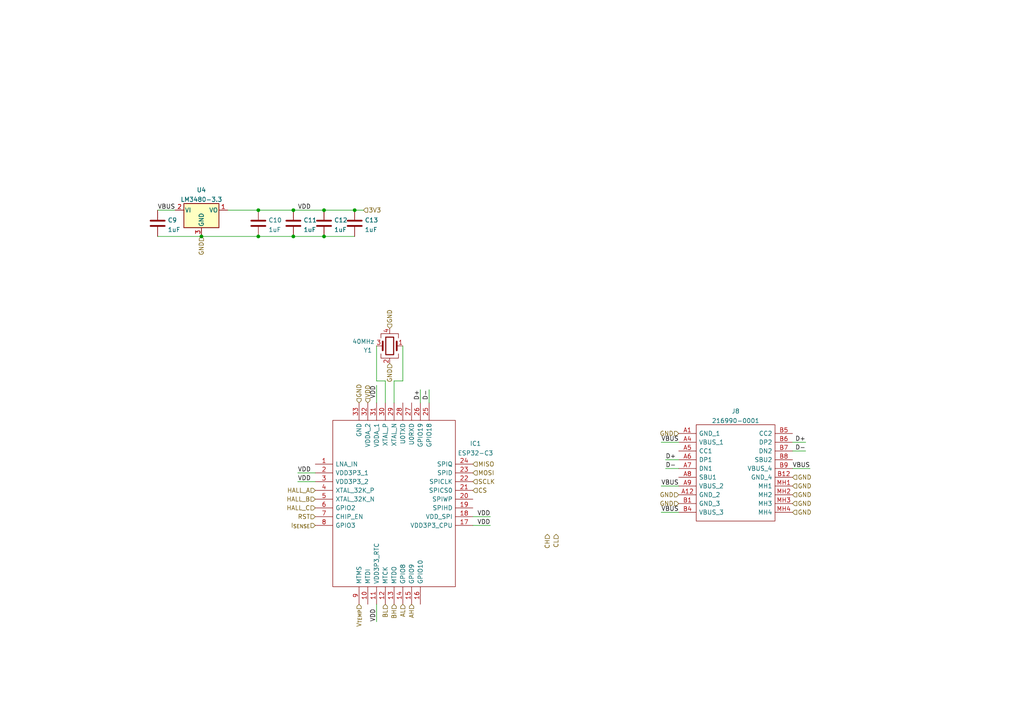
<source format=kicad_sch>
(kicad_sch (version 20211123) (generator eeschema)
  (paper "A4")
  (lib_symbols
    (symbol "Device:C" (pin_numbers hide) (pin_names (offset 0.254))
      (property "Reference" "C" (at 0.635 2.54 0))
      (property "Value" "C" (at 0.635 -2.54 0))
      (symbol "C_0_1"
        (polyline (pts (xy -2.032 -0.762) (xy 2.032 -0.762)) (stroke (width 0.508)))
        (polyline (pts (xy -2.032 0.762) (xy 2.032 0.762)) (stroke (width 0.508)))
      )
      (symbol "C_1_1"
        (pin passive line (at 0 3.81 270) (length 2.794) (name "~") (number "1"))
        (pin passive line (at 0 -3.81 90) (length 2.794) (name "~") (number "2"))
      )
    )
    (symbol "Device:Crystal_GND24" (pin_names (offset 1.016) hide)
      (property "Reference" "Y" (at 3.175 5.08 0))
      (property "Value" "Crystal_GND24" (at 3.175 3.175 0))
      (symbol "Crystal_GND24_0_1"
        (rectangle (start -1.143 2.54) (end 1.143 -2.54) (stroke (width 0.3048)))
        (polyline (pts (xy -2.54 0) (xy -2.032 0)))
        (polyline (pts (xy -2.032 -1.27) (xy -2.032 1.27)) (stroke (width 0.508)))
        (polyline (pts (xy 0 -3.81) (xy 0 -3.556)))
        (polyline (pts (xy 0 3.556) (xy 0 3.81)))
        (polyline (pts (xy 2.032 -1.27) (xy 2.032 1.27)) (stroke (width 0.508)))
        (polyline (pts (xy 2.032 0) (xy 2.54 0)))
        (polyline (pts (xy -2.54 -2.286) (xy -2.54 -3.556) (xy 2.54 -3.556) (xy 2.54 -2.286)))
        (polyline (pts (xy -2.54 2.286) (xy -2.54 3.556) (xy 2.54 3.556) (xy 2.54 2.286)))
      )
      (symbol "Crystal_GND24_1_1"
        (pin passive line (at -3.81 0 0) (length 1.27) (name "1") (number "1"))
        (pin passive line (at 0 5.08 270) (length 1.27) (name "2") (number "2"))
        (pin passive line (at 3.81 0 180) (length 1.27) (name "3") (number "3"))
        (pin passive line (at 0 -5.08 90) (length 1.27) (name "4") (number "4"))
      )
    )
    (symbol "Regulator_Linear:LM3480-3.3" (pin_names (offset 0.254))
      (property "Reference" "U" (at -3.81 3.175 0))
      (property "Value" "LM3480-3.3" (at 0 3.175 0))
      (symbol "LM3480-3.3_0_1"
        (rectangle (start -5.08 1.905) (end 5.08 -5.08) (stroke (width 0.254)) (fill (type background)))
      )
      (symbol "LM3480-3.3_1_1"
        (pin power_out line (at 7.62 0 180) (length 2.54) (name "VO") (number "1"))
        (pin power_in line (at -7.62 0 0) (length 2.54) (name "VI") (number "2"))
        (pin power_in line (at 0 -7.62 90) (length 2.54) (name "GND") (number "3"))
      )
    )
    (symbol "SamacSys_Parts:216990-0001" (pin_names (offset 0.762))
      (property "Reference" "J" (at 29.21 7.62 0))
      (property "Value" "216990-0001" (at 29.21 5.08 0))
      (symbol "216990-0001_0_0"
        (pin passive line (at 0 0 0) (length 5.08) (name "GND_1") (number "A1"))
        (pin passive line (at 0 -17.78 0) (length 5.08) (name "GND_2") (number "A12"))
        (pin passive line (at 0 -2.54 0) (length 5.08) (name "VBUS_1") (number "A4"))
        (pin passive line (at 0 -5.08 0) (length 5.08) (name "CC1") (number "A5"))
        (pin passive line (at 0 -7.62 0) (length 5.08) (name "DP1") (number "A6"))
        (pin passive line (at 0 -10.16 0) (length 5.08) (name "DN1") (number "A7"))
        (pin passive line (at 0 -12.7 0) (length 5.08) (name "SBU1") (number "A8"))
        (pin passive line (at 0 -15.24 0) (length 5.08) (name "VBUS_2") (number "A9"))
        (pin passive line (at 0 -20.32 0) (length 5.08) (name "GND_3") (number "B1"))
        (pin passive line (at 33.02 -12.7 180) (length 5.08) (name "GND_4") (number "B12"))
        (pin passive line (at 0 -22.86 0) (length 5.08) (name "VBUS_3") (number "B4"))
        (pin passive line (at 33.02 0 180) (length 5.08) (name "CC2") (number "B5"))
        (pin passive line (at 33.02 -2.54 180) (length 5.08) (name "DP2") (number "B6"))
        (pin passive line (at 33.02 -5.08 180) (length 5.08) (name "DN2") (number "B7"))
        (pin passive line (at 33.02 -7.62 180) (length 5.08) (name "SBU2") (number "B8"))
        (pin passive line (at 33.02 -10.16 180) (length 5.08) (name "VBUS_4") (number "B9"))
        (pin passive line (at 33.02 -15.24 180) (length 5.08) (name "MH1") (number "MH1"))
        (pin passive line (at 33.02 -17.78 180) (length 5.08) (name "MH2") (number "MH2"))
        (pin passive line (at 33.02 -20.32 180) (length 5.08) (name "MH3") (number "MH3"))
        (pin passive line (at 33.02 -22.86 180) (length 5.08) (name "MH4") (number "MH4"))
      )
      (symbol "216990-0001_0_1"
        (polyline (pts (xy 5.08 2.54) (xy 27.94 2.54) (xy 27.94 -25.4) (xy 5.08 -25.4) (xy 5.08 2.54)) (stroke (width 0.1524)))
      )
    )
    (symbol "SamacSys_Parts:ESP32-C3" (pin_names (offset 0.762))
      (property "Reference" "IC" (at 41.91 17.78 0))
      (property "Value" "ESP32-C3" (at 41.91 15.24 0))
      (symbol "ESP32-C3_0_0"
        (pin passive line (at 0 0 0) (length 5.08) (name "LNA_IN") (number "1"))
        (pin passive line (at 15.24 -40.64 90) (length 5.08) (name "MTDI") (number "10"))
        (pin passive line (at 17.78 -40.64 90) (length 5.08) (name "VDD3P3_RTC") (number "11"))
        (pin passive line (at 20.32 -40.64 90) (length 5.08) (name "MTCK") (number "12"))
        (pin passive line (at 22.86 -40.64 90) (length 5.08) (name "MTDO") (number "13"))
        (pin passive line (at 25.4 -40.64 90) (length 5.08) (name "GPIO8") (number "14"))
        (pin passive line (at 27.94 -40.64 90) (length 5.08) (name "GPIO9") (number "15"))
        (pin passive line (at 30.48 -40.64 90) (length 5.08) (name "GPIO10") (number "16"))
        (pin passive line (at 45.72 -17.78 180) (length 5.08) (name "VDD3P3_CPU") (number "17"))
        (pin passive line (at 45.72 -15.24 180) (length 5.08) (name "VDD_SPI") (number "18"))
        (pin passive line (at 45.72 -12.7 180) (length 5.08) (name "SPIHD") (number "19"))
        (pin passive line (at 0 -2.54 0) (length 5.08) (name "VDD3P3_1") (number "2"))
        (pin passive line (at 45.72 -10.16 180) (length 5.08) (name "SPIWP") (number "20"))
        (pin passive line (at 45.72 -7.62 180) (length 5.08) (name "SPICS0") (number "21"))
        (pin passive line (at 45.72 -5.08 180) (length 5.08) (name "SPICLK") (number "22"))
        (pin passive line (at 45.72 -2.54 180) (length 5.08) (name "SPID") (number "23"))
        (pin passive line (at 45.72 0 180) (length 5.08) (name "SPIQ") (number "24"))
        (pin passive line (at 33.02 17.78 270) (length 5.08) (name "GPIO18") (number "25"))
        (pin passive line (at 30.48 17.78 270) (length 5.08) (name "GPIO19") (number "26"))
        (pin passive line (at 27.94 17.78 270) (length 5.08) (name "U0RXD") (number "27"))
        (pin passive line (at 25.4 17.78 270) (length 5.08) (name "U0TXD") (number "28"))
        (pin passive line (at 22.86 17.78 270) (length 5.08) (name "XTAL_N") (number "29"))
        (pin passive line (at 0 -5.08 0) (length 5.08) (name "VDD3P3_2") (number "3"))
        (pin passive line (at 20.32 17.78 270) (length 5.08) (name "XTAL_P") (number "30"))
        (pin passive line (at 17.78 17.78 270) (length 5.08) (name "VDDA_1") (number "31"))
        (pin passive line (at 15.24 17.78 270) (length 5.08) (name "VDDA_2") (number "32"))
        (pin passive line (at 12.7 17.78 270) (length 5.08) (name "GND") (number "33"))
        (pin passive line (at 0 -7.62 0) (length 5.08) (name "XTAL_32K_P") (number "4"))
        (pin passive line (at 0 -10.16 0) (length 5.08) (name "XTAL_32K_N") (number "5"))
        (pin passive line (at 0 -12.7 0) (length 5.08) (name "GPIO2") (number "6"))
        (pin passive line (at 0 -15.24 0) (length 5.08) (name "CHIP_EN") (number "7"))
        (pin passive line (at 0 -17.78 0) (length 5.08) (name "GPIO3") (number "8"))
        (pin passive line (at 12.7 -40.64 90) (length 5.08) (name "MTMS") (number "9"))
      )
      (symbol "ESP32-C3_0_1"
        (polyline (pts (xy 5.08 12.7) (xy 40.64 12.7) (xy 40.64 -35.56) (xy 5.08 -35.56) (xy 5.08 12.7)) (stroke (width 0.1524)))
      )
    )
  )
  (junction (at 93.98 60.96))
  (junction (at 93.98 68.58))
  (junction (at 74.93 68.58))
  (junction (at 58.42 68.58))
  (junction (at 85.09 68.58))
  (junction (at 74.93 60.96))
  (junction (at 85.09 60.96))
  (junction (at 102.87 60.96))
  (wire (pts (xy 137.16 149.86) (xy 142.24 149.86)))
  (wire (pts (xy 111.76 110.49) (xy 109.22 110.49)))
  (wire (pts (xy 233.68 128.27) (xy 229.87 128.27)))
  (wire (pts (xy 121.92 116.84) (xy 121.92 113.03)))
  (wire (pts (xy 93.98 68.58) (xy 102.87 68.58)))
  (wire (pts (xy 111.76 116.84) (xy 111.76 110.49)))
  (wire (pts (xy 137.16 152.4) (xy 142.24 152.4)))
  (wire (pts (xy 114.3 116.84) (xy 114.3 110.49)))
  (wire (pts (xy 58.42 68.58) (xy 45.72 68.58)))
  (wire (pts (xy 74.93 68.58) (xy 85.09 68.58)))
  (wire (pts (xy 191.77 140.97) (xy 196.85 140.97)))
  (wire (pts (xy 193.04 135.89) (xy 196.85 135.89)))
  (wire (pts (xy 229.87 135.89) (xy 234.95 135.89)))
  (wire (pts (xy 58.42 68.58) (xy 74.93 68.58)))
  (wire (pts (xy 116.84 110.49) (xy 116.84 100.33)))
  (wire (pts (xy 191.77 128.27) (xy 196.85 128.27)))
  (wire (pts (xy 74.93 60.96) (xy 85.09 60.96)))
  (wire (pts (xy 74.93 60.96) (xy 66.04 60.96)))
  (wire (pts (xy 229.87 130.81) (xy 233.68 130.81)))
  (wire (pts (xy 91.44 139.7) (xy 86.36 139.7)))
  (wire (pts (xy 93.98 60.96) (xy 102.87 60.96)))
  (wire (pts (xy 114.3 110.49) (xy 116.84 110.49)))
  (wire (pts (xy 109.22 110.49) (xy 109.22 100.33)))
  (wire (pts (xy 196.85 133.35) (xy 193.04 133.35)))
  (wire (pts (xy 109.22 111.76) (xy 109.22 116.84)))
  (wire (pts (xy 91.44 137.16) (xy 86.36 137.16)))
  (wire (pts (xy 85.09 68.58) (xy 93.98 68.58)))
  (wire (pts (xy 191.77 148.59) (xy 196.85 148.59)))
  (wire (pts (xy 85.09 60.96) (xy 93.98 60.96)))
  (wire (pts (xy 124.46 113.03) (xy 124.46 116.84)))
  (wire (pts (xy 109.22 175.26) (xy 109.22 180.34)))
  (wire (pts (xy 45.72 60.96) (xy 50.8 60.96)))
  (wire (pts (xy 105.41 60.96) (xy 102.87 60.96)))
  (label "VBUS" (at 191.77 140.97 0))
  (label "VBUS" (at 191.77 128.27 0))
  (label "VDD" (at 142.24 149.86 180))
  (label "D+" (at 193.04 133.35 0))
  (label "D-" (at 233.68 130.81 180))
  (label "VDD" (at 109.22 180.34 90))
  (label "D-" (at 124.46 113.03 270))
  (label "VDD" (at 109.22 111.76 270))
  (label "VBUS" (at 45.72 60.96 0))
  (label "D+" (at 233.68 128.27 180))
  (label "VDD" (at 142.24 152.4 180))
  (label "VDD" (at 86.36 137.16 0))
  (label "VBUS" (at 191.77 148.59 0))
  (label "VDD" (at 86.36 139.7 0))
  (label "VDD" (at 86.36 60.96 0))
  (label "D-" (at 193.04 135.89 0))
  (label "D+" (at 121.92 113.03 270))
  (label "VBUS" (at 234.95 135.89 180))
  (hierarchical_label "CH" (shape input) (at 158.75 154.94 270))
  (hierarchical_label "GND" (shape input) (at 229.87 138.43 0))
  (hierarchical_label "VDD" (shape input) (at 106.68 116.84 90))
  (hierarchical_label "GND" (shape input) (at 104.14 116.84 90))
  (hierarchical_label "GND" (shape input) (at 58.42 68.58 270))
  (hierarchical_label "CS" (shape input) (at 137.16 142.24 0))
  (hierarchical_label "GND" (shape input) (at 229.87 143.51 0))
  (hierarchical_label "AH" (shape input) (at 119.38 175.26 270))
  (hierarchical_label "CL" (shape input) (at 161.29 154.94 270))
  (hierarchical_label "GND" (shape input) (at 196.85 125.73 180))
  (hierarchical_label "V_{TEMP}" (shape input) (at 104.14 175.26 270))
  (hierarchical_label "3V3" (shape input) (at 105.41 60.96 0))
  (hierarchical_label "GND" (shape input) (at 229.87 146.05 0))
  (hierarchical_label "I_{SENSE}" (shape input) (at 91.44 152.4 180))
  (hierarchical_label "GND" (shape input) (at 196.85 146.05 180))
  (hierarchical_label "HALL_C" (shape input) (at 91.44 147.32 180))
  (hierarchical_label "MISO" (shape input) (at 137.16 134.62 0))
  (hierarchical_label "GND" (shape input) (at 229.87 140.97 0))
  (hierarchical_label "MOSI" (shape input) (at 137.16 137.16 0))
  (hierarchical_label "GND" (shape input) (at 196.85 143.51 180))
  (hierarchical_label "GND" (shape input) (at 113.03 105.41 270))
  (hierarchical_label "HALL_B" (shape input) (at 91.44 144.78 180))
  (hierarchical_label "GND" (shape input) (at 229.87 148.59 0))
  (hierarchical_label "GND" (shape input) (at 113.03 95.25 90))
  (hierarchical_label "HALL_A" (shape input) (at 91.44 142.24 180))
  (hierarchical_label "AL" (shape input) (at 116.84 175.26 270))
  (hierarchical_label "BL" (shape input) (at 111.76 175.26 270))
  (hierarchical_label "BH" (shape input) (at 114.3 175.26 270))
  (hierarchical_label "SCLK" (shape input) (at 137.16 139.7 0))
  (hierarchical_label "RST" (shape input) (at 91.44 149.86 180))
  (symbol (lib_id "Device:C") (at 45.72 64.77 0) (unit 1)
    (property "Reference" "C9" (at 48.641 63.8615 0) (effects (justify left)))
    (property "Value" "1uF" (at 48.641 66.6366 0) (effects (justify left)))
    (property "Footprint" "Capacitor_SMD:C_0603_1608Metric" (effects hide))
  )
  (symbol (lib_id "Device:C") (at 93.98 64.77 0) (unit 1)
    (property "Reference" "C12" (at 96.901 63.8615 0) (effects (justify left)))
    (property "Value" "1uF" (at 96.901 66.6366 0) (effects (justify left)))
    (property "Footprint" "Capacitor_SMD:C_0603_1608Metric" (effects hide))
  )
  (symbol (lib_id "Device:Crystal_GND24") (at 113.03 100.33 180) (unit 1)
    (property "Reference" "Y1" (at 106.68 101.6 0))
    (property "Value" "40MHz" (at 105.41 99.06 0))
    (property "Footprint" "SamacSys_Parts:ABM12W300000MHZ6B1UT3" (effects hide))
    (property "Datasheet" "https://abracon.com/Resonators/ABM12W.pdf" (effects hide))
  )
  (symbol (lib_id "Device:C") (at 102.87 64.77 0) (unit 1)
    (property "Reference" "C13" (at 105.791 63.8615 0) (effects (justify left)))
    (property "Value" "1uF" (at 105.791 66.6366 0) (effects (justify left)))
    (property "Footprint" "Capacitor_SMD:C_0603_1608Metric" (effects hide))
  )
  (symbol (lib_id "Device:C") (at 74.93 64.77 0) (unit 1)
    (property "Reference" "C10" (at 77.851 63.8615 0) (effects (justify left)))
    (property "Value" "1uF" (at 77.851 66.6366 0) (effects (justify left)))
    (property "Footprint" "Capacitor_SMD:C_0603_1608Metric" (effects hide))
  )
  (symbol (lib_id "Device:C") (at 85.09 64.77 0) (unit 1)
    (property "Reference" "C11" (at 88.011 63.8615 0) (effects (justify left)))
    (property "Value" "1uF" (at 88.011 66.6366 0) (effects (justify left)))
    (property "Footprint" "Capacitor_SMD:C_0603_1608Metric" (effects hide))
  )
  (symbol (lib_id "Regulator_Linear:LM3480-3.3") (at 58.42 60.96 0) (unit 1)
    (property "Reference" "U4" (at 58.42 55.0885 0))
    (property "Value" "LM3480-3.3" (at 58.42 57.8636 0))
    (property "Footprint" "Package_TO_SOT_SMD:SOT-23" (effects hide))
    (property "Datasheet" "http://www.ti.com/lit/ds/symlink/lm3480.pdf" (effects hide))
  )
  (symbol (lib_id "SamacSys_Parts:216990-0001") (at 196.85 125.73 0) (unit 1)
    (property "Reference" "J8" (at 213.36 119.2743 0))
    (property "Value" "216990-0001" (at 213.36 122.0494 0))
    (property "Footprint" "2169900001" (effects hide))
    (property "Datasheet" "https://www.molex.com/pdm_docs/sd/2169900001_sd.pdf" (effects hide))
    (property "Description" "MOLEX - 216990-0001 - USB Connector, USB Type C, USB 2.0, Receptacle, 16 Ways, Surface Mount, Right Angle{0000}" (effects hide))
    (property "Height" "3.36" (effects hide))
    (property "Mouser Part Number" "538-216990-0001" (effects hide))
    (property "Mouser Price/Stock" "https://www.mouser.co.uk/ProductDetail/Molex/216990-0001?qs=DRkmTr78QAS%252B9wQ3YlpV3Q%3D%3D" (effects hide))
    (property "Manufacturer_Name" "Molex" (effects hide))
    (property "Manufacturer_Part_Number" "216990-0001" (effects hide))
  )
  (symbol (lib_id "SamacSys_Parts:ESP32-C3") (at 91.44 134.62 0) (unit 1)
    (property "Reference" "IC1" (at 137.9203 128.6467 0))
    (property "Value" "ESP32-C3" (at 137.9203 131.4218 0))
    (property "Footprint" "QFN50P500X500X90-33N-D" (effects hide))
    (property "Datasheet" "https://www.espressif.com/sites/default/files/documentation/esp32-c3_datasheet_en.pdf" (effects hide))
    (property "Description" "Ultra-Low-Power SoC with RISC-V Single-Core CPU" (effects hide))
    (property "Height" "0.9" (effects hide))
    (property "Mouser Part Number" "356-ESP32-C3" (effects hide))
    (property "Mouser Price/Stock" "https://www.mouser.co.uk/ProductDetail/Espressif-Systems/ESP32-C3?qs=iLbezkQI%252BsiMXe7tMG%252Bo%2FA%3D%3D" (effects hide))
    (property "Manufacturer_Name" "Espressif Systems" (effects hide))
    (property "Manufacturer_Part_Number" "ESP32-C3" (effects hide))
  )
)
</source>
